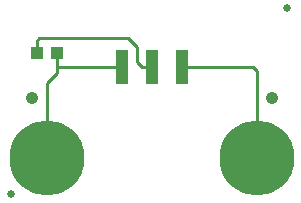
<source format=gbr>
G04 EAGLE Gerber RS-274X export*
G75*
%MOMM*%
%FSLAX34Y34*%
%LPD*%
%INTop Copper*%
%IPPOS*%
%AMOC8*
5,1,8,0,0,1.08239X$1,22.5*%
G01*
%ADD10R,1.000000X3.000000*%
%ADD11R,1.100000X1.000000*%
%ADD12C,6.350000*%
%ADD13C,0.635000*%
%ADD14C,0.254000*%
%ADD15C,0.152400*%
%ADD16C,1.041400*%


D10*
X152400Y115100D03*
X127000Y115100D03*
X101600Y115100D03*
D11*
X46600Y127000D03*
X29600Y127000D03*
D12*
X38100Y38100D03*
X215900Y38100D03*
D13*
X7620Y7620D03*
X241300Y165100D03*
D14*
X212560Y115100D02*
X152400Y115100D01*
X212560Y115100D02*
X215900Y111760D01*
X215900Y38100D01*
X127000Y115100D02*
X118580Y115100D01*
X114300Y119380D01*
X114300Y132080D01*
X29600Y127000D02*
X29600Y137550D01*
X31750Y139700D01*
X106680Y139700D01*
X114300Y132080D01*
X46600Y127000D02*
X46600Y114300D01*
X46600Y110100D01*
X38100Y101600D01*
X38100Y38100D01*
X47400Y115100D02*
X101600Y115100D01*
D15*
X47400Y115100D02*
X46600Y114300D01*
D16*
X25400Y88900D03*
X228600Y88900D03*
M02*

</source>
